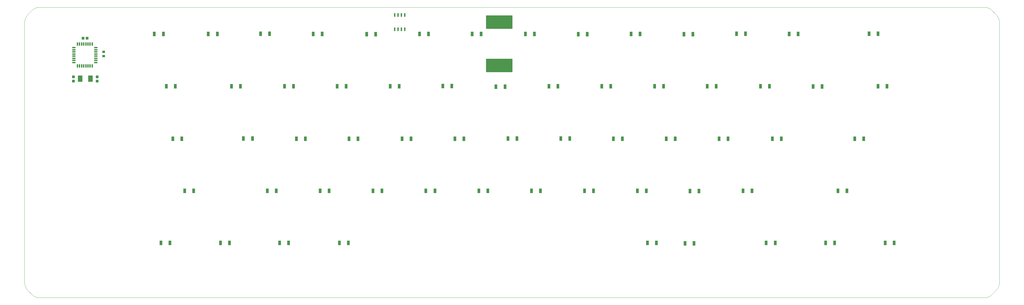
<source format=gbp>
G04 Layer_Color=128*
%FSLAX25Y25*%
%MOIN*%
G70*
G01*
G75*
G04:AMPARAMS|DCode=15|XSize=39.37mil|YSize=37.4mil|CornerRadius=0.94mil|HoleSize=0mil|Usage=FLASHONLY|Rotation=0.000|XOffset=0mil|YOffset=0mil|HoleType=Round|Shape=RoundedRectangle|*
%AMROUNDEDRECTD15*
21,1,0.03937,0.03553,0,0,0.0*
21,1,0.03750,0.03740,0,0,0.0*
1,1,0.00187,0.01875,-0.01777*
1,1,0.00187,-0.01875,-0.01777*
1,1,0.00187,-0.01875,0.01777*
1,1,0.00187,0.01875,0.01777*
%
%ADD15ROUNDEDRECTD15*%
G04:AMPARAMS|DCode=20|XSize=39.37mil|YSize=37.4mil|CornerRadius=0.94mil|HoleSize=0mil|Usage=FLASHONLY|Rotation=270.000|XOffset=0mil|YOffset=0mil|HoleType=Round|Shape=RoundedRectangle|*
%AMROUNDEDRECTD20*
21,1,0.03937,0.03553,0,0,270.0*
21,1,0.03750,0.03740,0,0,270.0*
1,1,0.00187,-0.01777,-0.01875*
1,1,0.00187,-0.01777,0.01875*
1,1,0.00187,0.01777,0.01875*
1,1,0.00187,0.01777,-0.01875*
%
%ADD20ROUNDEDRECTD20*%
%ADD23R,0.06693X0.09449*%
%ADD36C,0.00394*%
%ADD49R,0.02362X0.05709*%
G04:AMPARAMS|DCode=50|XSize=39.37mil|YSize=35.43mil|CornerRadius=0.89mil|HoleSize=0mil|Usage=FLASHONLY|Rotation=180.000|XOffset=0mil|YOffset=0mil|HoleType=Round|Shape=RoundedRectangle|*
%AMROUNDEDRECTD50*
21,1,0.03937,0.03366,0,0,180.0*
21,1,0.03760,0.03543,0,0,180.0*
1,1,0.00177,-0.01880,0.01683*
1,1,0.00177,0.01880,0.01683*
1,1,0.00177,0.01880,-0.01683*
1,1,0.00177,-0.01880,-0.01683*
%
%ADD50ROUNDEDRECTD50*%
%ADD51O,0.05315X0.02165*%
%ADD52O,0.02165X0.05315*%
G04:AMPARAMS|DCode=53|XSize=393.7mil|YSize=196.85mil|CornerRadius=4.92mil|HoleSize=0mil|Usage=FLASHONLY|Rotation=180.000|XOffset=0mil|YOffset=0mil|HoleType=Round|Shape=RoundedRectangle|*
%AMROUNDEDRECTD53*
21,1,0.39370,0.18701,0,0,180.0*
21,1,0.38386,0.19685,0,0,180.0*
1,1,0.00984,-0.19193,0.09350*
1,1,0.00984,0.19193,0.09350*
1,1,0.00984,0.19193,-0.09350*
1,1,0.00984,-0.19193,-0.09350*
%
%ADD53ROUNDEDRECTD53*%
G04:AMPARAMS|DCode=54|XSize=68.9mil|YSize=43.31mil|CornerRadius=1.08mil|HoleSize=0mil|Usage=FLASHONLY|Rotation=270.000|XOffset=0mil|YOffset=0mil|HoleType=Round|Shape=RoundedRectangle|*
%AMROUNDEDRECTD54*
21,1,0.06890,0.04114,0,0,270.0*
21,1,0.06673,0.04331,0,0,270.0*
1,1,0.00217,-0.02057,-0.03337*
1,1,0.00217,-0.02057,0.03337*
1,1,0.00217,0.02057,0.03337*
1,1,0.00217,0.02057,-0.03337*
%
%ADD54ROUNDEDRECTD54*%
D15*
X254295Y832067D02*
D03*
X254295Y825768D02*
D03*
X218862Y832067D02*
D03*
X218862Y825768D02*
D03*
D20*
X239335Y889941D02*
D03*
X233035Y889941D02*
D03*
D23*
X244256Y829705D02*
D03*
X228902Y829705D02*
D03*
D36*
X1597602Y912776D02*
X1597574Y913788D01*
X1597489Y914798D01*
X1597347Y915801D01*
X1597150Y916794D01*
X1596897Y917775D01*
X1596589Y918740D01*
X1596228Y919687D01*
X1595814Y920611D01*
X1595349Y921511D01*
X1594834Y922384D01*
X1594272Y923226D01*
X1593662Y924035D01*
X1593009Y924809D01*
X1592313Y925545D01*
X1586030Y931828D02*
X1585285Y932522D01*
X1584493Y933160D01*
X1583657Y933741D01*
X1582782Y934260D01*
X1581872Y934716D01*
X1580931Y935105D01*
X1579965Y935426D01*
X1578979Y935678D01*
X1577978Y935859D01*
X1576966Y935968D01*
X1575949Y936004D01*
X1592313Y513392D02*
X1593009Y514128D01*
X1593662Y514902D01*
X1594272Y515711D01*
X1594834Y516553D01*
X1595349Y517426D01*
X1595814Y518326D01*
X1596228Y519250D01*
X1596589Y520197D01*
X1596897Y521162D01*
X1597150Y522143D01*
X1597347Y523136D01*
X1597489Y524139D01*
X1597574Y525149D01*
X1597602Y526161D01*
X1575949Y502933D02*
X1576966Y502969D01*
X1577978Y503078D01*
X1578979Y503259D01*
X1579965Y503511D01*
X1580931Y503832D01*
X1581872Y504221D01*
X1582782Y504677D01*
X1583657Y505196D01*
X1584493Y505777D01*
X1585285Y506415D01*
X1586030Y507109D01*
X146028Y526161D02*
X146056Y525149D01*
X146141Y524139D01*
X146283Y523136D01*
X146480Y522143D01*
X146733Y521162D01*
X147041Y520197D01*
X147402Y519250D01*
X147816Y518326D01*
X148281Y517426D01*
X148796Y516553D01*
X149358Y515711D01*
X149968Y514902D01*
X150621Y514128D01*
X151317Y513392D01*
X157600Y507109D02*
X158345Y506415D01*
X159137Y505777D01*
X159973Y505196D01*
X160848Y504677D01*
X161758Y504221D01*
X162699Y503832D01*
X163664Y503511D01*
X164650Y503259D01*
X165652Y503078D01*
X166664Y502969D01*
X167681Y502933D01*
X167681Y936004D02*
X166664Y935968D01*
X165652Y935859D01*
X164650Y935678D01*
X163664Y935426D01*
X162699Y935105D01*
X161758Y934716D01*
X160848Y934260D01*
X159973Y933741D01*
X159137Y933160D01*
X158345Y932522D01*
X157600Y931828D01*
X151317Y925545D02*
X150621Y924809D01*
X149968Y924035D01*
X149358Y923226D01*
X148796Y922384D01*
X148281Y921511D01*
X147816Y920611D01*
X147402Y919687D01*
X147041Y918740D01*
X146733Y917775D01*
X146480Y916794D01*
X146283Y915801D01*
X146141Y914798D01*
X146056Y913788D01*
X146028Y912776D01*
X146028Y526161D02*
X146028Y912776D01*
X167681Y502933D02*
X1575949Y502933D01*
X1597602Y526161D02*
X1597602Y912776D01*
X167681Y936004D02*
X169256Y936004D01*
X1574374Y936004D01*
X1575949Y936004D01*
X1586030Y931828D02*
X1592313Y925545D01*
X1586030Y507109D02*
X1592313Y513392D01*
X151317Y513392D02*
X157600Y507109D01*
X151317Y925545D02*
X157600Y931828D01*
D49*
X697189Y924685D02*
D03*
X702189Y924685D02*
D03*
X707189Y924685D02*
D03*
X712189Y924685D02*
D03*
X697189Y903228D02*
D03*
X702189Y903228D02*
D03*
X707189Y903228D02*
D03*
X712189Y903228D02*
D03*
D50*
X263744Y863169D02*
D03*
X263744Y869468D02*
D03*
D51*
X252130Y853720D02*
D03*
X252130Y856870D02*
D03*
X252130Y860020D02*
D03*
X252130Y863169D02*
D03*
X252130Y866319D02*
D03*
X252130Y869468D02*
D03*
X252130Y872618D02*
D03*
X252130Y875768D02*
D03*
X219453Y875768D02*
D03*
X219453Y872618D02*
D03*
X219453Y869468D02*
D03*
X219453Y866319D02*
D03*
X219453Y863169D02*
D03*
X219453Y860020D02*
D03*
X219453Y856870D02*
D03*
X219453Y853720D02*
D03*
D52*
X246815Y881083D02*
D03*
X243665Y881083D02*
D03*
X240516Y881083D02*
D03*
X237366Y881083D02*
D03*
X234216Y881083D02*
D03*
X231067Y881083D02*
D03*
X227917Y881083D02*
D03*
X224768Y881083D02*
D03*
X224768Y848405D02*
D03*
X227917Y848405D02*
D03*
X231067Y848405D02*
D03*
X234216Y848405D02*
D03*
X237366Y848405D02*
D03*
X240516Y848405D02*
D03*
X243665Y848405D02*
D03*
X246815Y848405D02*
D03*
D53*
X852721Y849390D02*
D03*
X852721Y913957D02*
D03*
D54*
X352720Y896240D02*
D03*
X339335Y896240D02*
D03*
X433035Y896240D02*
D03*
X419650Y896240D02*
D03*
X510988Y896634D02*
D03*
X497602Y896634D02*
D03*
X589335Y896240D02*
D03*
X575949Y896240D02*
D03*
X668862Y895846D02*
D03*
X655476Y895846D02*
D03*
X747602Y896240D02*
D03*
X734216Y896240D02*
D03*
X825949Y896240D02*
D03*
X812563Y896240D02*
D03*
X905083Y896240D02*
D03*
X891697Y896240D02*
D03*
X983823Y895846D02*
D03*
X970437Y895846D02*
D03*
X1062563Y896240D02*
D03*
X1049177Y896240D02*
D03*
X1141303Y895846D02*
D03*
X1127917Y895846D02*
D03*
X1219650Y896634D02*
D03*
X1206264Y896634D02*
D03*
X1297996Y896240D02*
D03*
X1284610Y896240D02*
D03*
X1416894Y896634D02*
D03*
X1403508Y896634D02*
D03*
X370437Y818287D02*
D03*
X357051Y818287D02*
D03*
X467681Y818287D02*
D03*
X454295Y818287D02*
D03*
X546421Y818287D02*
D03*
X533035Y818287D02*
D03*
X624768Y818287D02*
D03*
X611382Y818287D02*
D03*
X703902Y818287D02*
D03*
X690516Y818287D02*
D03*
X782248Y818681D02*
D03*
X768862Y818681D02*
D03*
X861382Y817500D02*
D03*
X847996Y817500D02*
D03*
X940122Y818287D02*
D03*
X926736Y818287D02*
D03*
X1018862Y818287D02*
D03*
X1005476Y818287D02*
D03*
X1097602Y818287D02*
D03*
X1084216Y818287D02*
D03*
X1175949Y818287D02*
D03*
X1162563Y818287D02*
D03*
X1255083Y818287D02*
D03*
X1241697Y818287D02*
D03*
X1333429Y817894D02*
D03*
X1320043Y817894D02*
D03*
X1430280Y818287D02*
D03*
X1416894Y818287D02*
D03*
X380279Y739941D02*
D03*
X366894Y739941D02*
D03*
X485398Y740335D02*
D03*
X472012Y740335D02*
D03*
X564138Y739941D02*
D03*
X550752Y739941D02*
D03*
X642484Y739941D02*
D03*
X629098Y739941D02*
D03*
X721618Y739941D02*
D03*
X708232Y739941D02*
D03*
X800358Y739941D02*
D03*
X786972Y739941D02*
D03*
X879098Y740335D02*
D03*
X865713Y740335D02*
D03*
X957839Y740335D02*
D03*
X944453Y740335D02*
D03*
X1036185Y739941D02*
D03*
X1022799Y739941D02*
D03*
X1114925Y739941D02*
D03*
X1101539Y739941D02*
D03*
X1193665Y739941D02*
D03*
X1180280Y739941D02*
D03*
X1272799Y739941D02*
D03*
X1259413Y739941D02*
D03*
X1395634Y739941D02*
D03*
X1382248Y739941D02*
D03*
X397996Y662382D02*
D03*
X384610Y662382D02*
D03*
X520831Y662382D02*
D03*
X507445Y662382D02*
D03*
X599571Y662382D02*
D03*
X586185Y662382D02*
D03*
X678311Y662382D02*
D03*
X664925Y662382D02*
D03*
X757051Y662382D02*
D03*
X743665Y662382D02*
D03*
X835791Y662382D02*
D03*
X822406Y662382D02*
D03*
X914138Y662382D02*
D03*
X900752Y662382D02*
D03*
X993272Y662382D02*
D03*
X979886Y662382D02*
D03*
X1072012Y662382D02*
D03*
X1058626Y662382D02*
D03*
X1150358Y661988D02*
D03*
X1136972Y661988D02*
D03*
X1229098Y662382D02*
D03*
X1215713Y662382D02*
D03*
X1370437Y662382D02*
D03*
X1357051Y662382D02*
D03*
X362563Y584429D02*
D03*
X349177Y584429D02*
D03*
X451146Y584429D02*
D03*
X437760Y584429D02*
D03*
X539335Y584429D02*
D03*
X525949Y584429D02*
D03*
X628311Y584429D02*
D03*
X614925Y584429D02*
D03*
X1086972Y584429D02*
D03*
X1073587Y584429D02*
D03*
X1142878Y584035D02*
D03*
X1129492Y584035D02*
D03*
X1263744Y584429D02*
D03*
X1250358Y584429D02*
D03*
X1352327Y584429D02*
D03*
X1338941Y584429D02*
D03*
X1440909Y584429D02*
D03*
X1427524Y584429D02*
D03*
M02*

</source>
